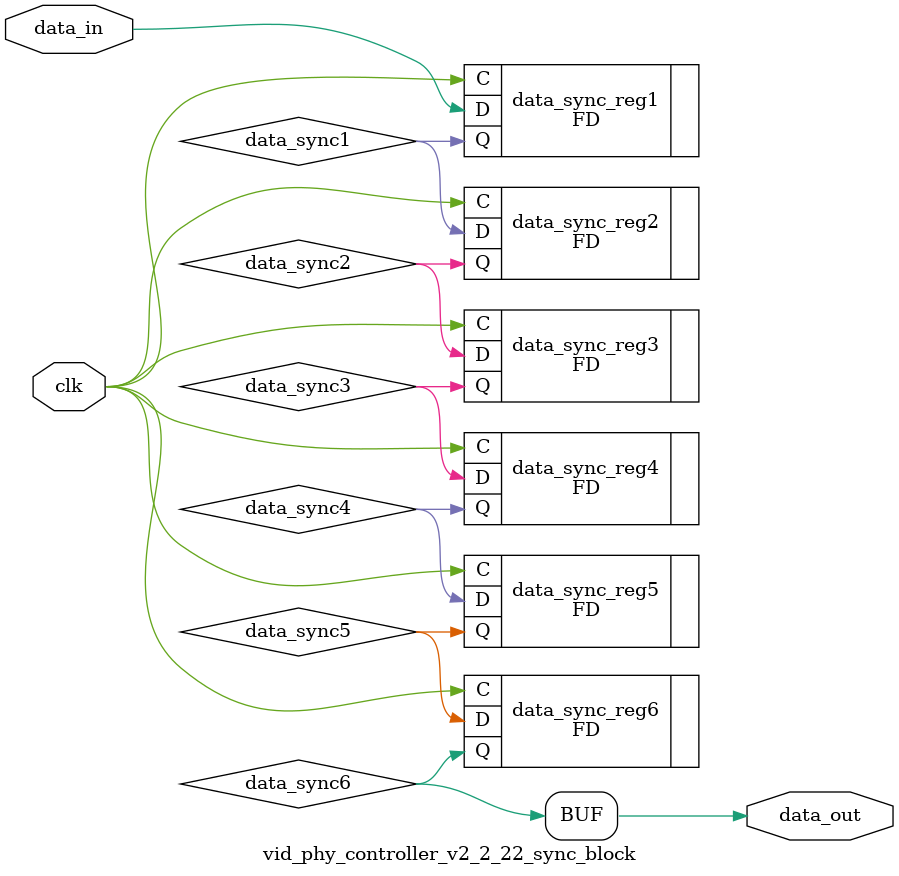
<source format=v>




`timescale 1ps / 1ps

//(* dont_touch = "yes" *)
module vid_phy_controller_v2_2_22_sync_block
  #(
  parameter INITIALISE = 6'b000000
)
(
  input        clk,              // clock to be sync'ed to
  input        data_in,          // Data to be 'synced'
  output       data_out          // synced data
);

  // Internal Signals
  wire data_sync1;
  wire data_sync2;
  wire data_sync3;
  wire data_sync4;
  wire data_sync5;
  wire data_sync6;


  (* shreg_extract = "no", ASYNC_REG = "TRUE" *)
  FD #(
    .INIT (INITIALISE[0])
  ) data_sync_reg1 (
    .C  (clk),
    .D  (data_in),
    .Q  (data_sync1)
  );


  (* shreg_extract = "no", ASYNC_REG = "TRUE" *)
  FD #(
   .INIT (INITIALISE[1])
  ) data_sync_reg2 (
  .C  (clk),
  .D  (data_sync1),
  .Q  (data_sync2)
  );


  (* shreg_extract = "no", ASYNC_REG = "TRUE" *)
  FD #(
   .INIT (INITIALISE[2])
  ) data_sync_reg3 (
  .C  (clk),
  .D  (data_sync2),
  .Q  (data_sync3)
  );

  (* shreg_extract = "no", ASYNC_REG = "TRUE" *)
  FD #(
   .INIT (INITIALISE[3])
  ) data_sync_reg4 (
  .C  (clk),
  .D  (data_sync3),
  .Q  (data_sync4)
  );

  (* shreg_extract = "no", ASYNC_REG = "TRUE" *)
  FD #(
   .INIT (INITIALISE[4])
  ) data_sync_reg5 (
  .C  (clk),
  .D  (data_sync4),
  .Q  (data_sync5)
  );

  (* shreg_extract = "no", ASYNC_REG = "TRUE" *)
  FD #(
   .INIT (INITIALISE[5])
  ) data_sync_reg6 (
  .C  (clk),
  .D  (data_sync5),
  .Q  (data_sync6)
  );
  assign data_out = data_sync6;



endmodule

</source>
